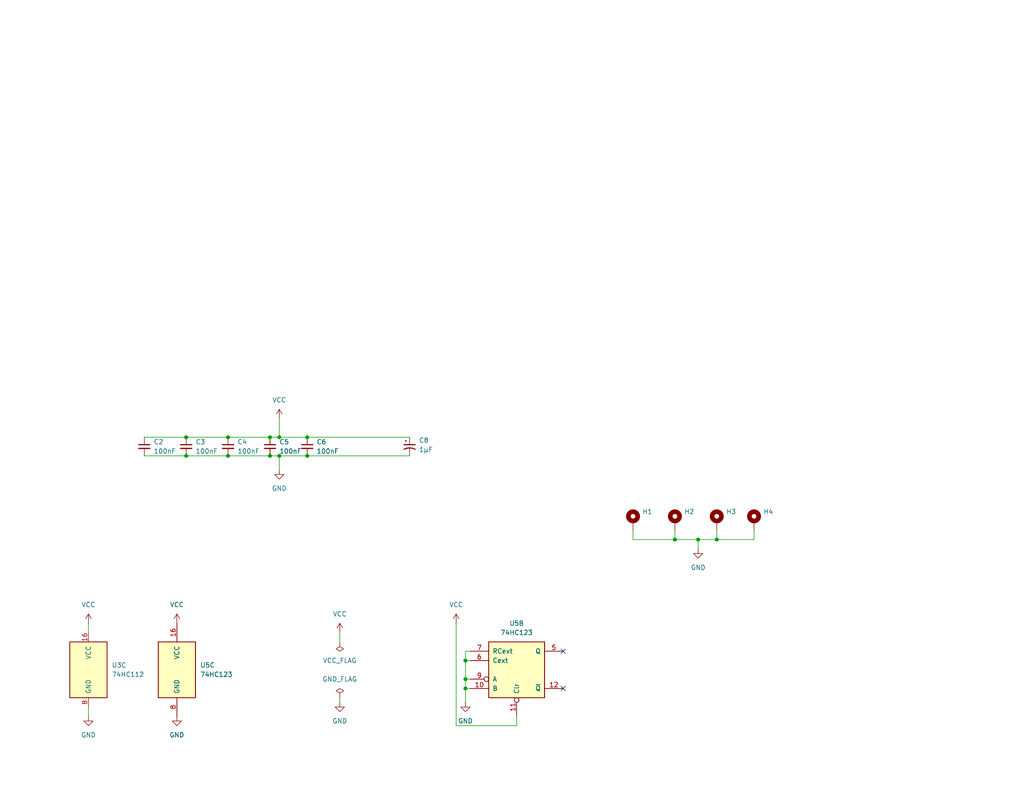
<source format=kicad_sch>
(kicad_sch (version 20250114) (generator "eeschema") (generator_version "9.0")
  (paper "USLetter")
  (title_block (title "AM9511 Interface for 6509"))
  (lib_symbols
    (symbol "Device:C_Polarized_Small_US" (pin_numbers (hide yes)) (pin_names (offset 0.254) (hide yes))
      (property "Reference" "C" (at 0.254 1.778 0))
      (property "Value" "C_Polarized_Small_US" (at 0.254 -2.032 0))
      (symbol "C_Polarized_Small_US_0_1"
        (polyline (pts (xy -1.524 0.508) (xy 1.524 0.508)) (stroke (width 0.3048)))
        (polyline (pts (xy -1.27 1.524) (xy -0.762 1.524)))
        (polyline (pts (xy -1.016 1.27) (xy -1.016 1.778)))
        (arc (start -1.524 -0.762) (mid 0 -0.3734) (end 1.524 -0.762) (stroke (width 0.3048)))
      )
      (symbol "C_Polarized_Small_US_1_1"
        (pin passive line (at 0 2.54 270) (length 2.032) (name "~") (number "1"))
        (pin passive line (at 0 -2.54 90) (length 2.032) (name "~") (number "2"))
      )
    )
    (symbol "Device:C_Small" (pin_numbers (hide yes)) (pin_names (offset 0.254) (hide yes))
      (property "Reference" "C" (at 0.254 1.778 0))
      (property "Value" "C_Small" (at 0.254 -2.032 0))
      (symbol "C_Small_0_1"
        (polyline (pts (xy -1.524 0.508) (xy 1.524 0.508)) (stroke (width 0.3048)))
        (polyline (pts (xy -1.524 -0.508) (xy 1.524 -0.508)) (stroke (width 0.3302)))
      )
      (symbol "C_Small_1_1"
        (pin passive line (at 0 2.54 270) (length 2.032) (name "~") (number "1"))
        (pin passive line (at 0 -2.54 90) (length 2.032) (name "~") (number "2"))
      )
    )
    (symbol "Mechanical:MountingHole_Pad" (pin_numbers (hide yes)) (pin_names (offset 1.016) (hide yes)) (in_bom no)
      (property "Reference" "H" (at 0 6.35 0))
      (property "Value" "MountingHole_Pad" (at 0 4.445 0))
      (symbol "MountingHole_Pad_0_1"
        (circle (center 0 1.27) (radius 1.27) (stroke (width 1.27)))
      )
      (symbol "MountingHole_Pad_1_1"
        (pin input line (at 0 -2.54 90) (length 2.54) (name "1") (number "1"))
      )
    )
    (symbol "am9511-6502-symbols:74HC112" (pin_names (offset 1.016))
      (property "Reference" "U" (at -7.62 8.89 0))
      (property "Value" "74HC112" (at -7.62 -8.89 0))
      (symbol "74HC112_1_0"
        (pin input line (at -7.62 2.54 0) (length 2.54) (name "J") (number "3"))
        (pin input clock (at -7.62 0 0) (length 2.54) (name "C") (number "1"))
        (pin input line (at -7.62 -2.54 0) (length 2.54) (name "K") (number "2"))
        (pin input line (at 0 7.62 270) (length 2.54) (name "~{S}") (number "4"))
        (pin input line (at 0 -7.62 90) (length 2.54) (name "~{R}") (number "15"))
        (pin output line (at 7.62 2.54 180) (length 2.54) (name "Q") (number "5"))
        (pin output line (at 7.62 -2.54 180) (length 2.54) (name "~{Q}") (number "6"))
      )
      (symbol "74HC112_1_1"
        (rectangle (start -5.08 5.08) (end 5.08 -5.08) (stroke (width 0.254)) (fill (type background)))
      )
      (symbol "74HC112_2_0"
        (pin input line (at -7.62 2.54 0) (length 2.54) (name "J") (number "11"))
        (pin input clock (at -7.62 0 0) (length 2.54) (name "C") (number "13"))
        (pin input line (at -7.62 -2.54 0) (length 2.54) (name "K") (number "12"))
        (pin input line (at 0 7.62 270) (length 2.54) (name "~{S}") (number "10"))
        (pin input line (at 0 -7.62 90) (length 2.54) (name "~{R}") (number "14"))
        (pin output line (at 7.62 2.54 180) (length 2.54) (name "Q") (number "9"))
        (pin output line (at 7.62 -2.54 180) (length 2.54) (name "~{Q}") (number "7"))
      )
      (symbol "74HC112_2_1"
        (rectangle (start -5.08 5.08) (end 5.08 -5.08) (stroke (width 0.254)) (fill (type background)))
      )
      (symbol "74HC112_3_0"
        (pin power_in line (at 0 10.16 270) (length 2.54) (name "VCC") (number "16"))
        (pin power_in line (at 0 -10.16 90) (length 2.54) (name "GND") (number "8"))
      )
      (symbol "74HC112_3_1"
        (rectangle (start -5.08 7.62) (end 5.08 -7.62) (stroke (width 0.254)) (fill (type background)))
      )
    )
    (symbol "am9511-6502-symbols:74HC123" (pin_names (offset 1.016))
      (property "Reference" "U" (at -7.62 8.89 0))
      (property "Value" "74HC123" (at -7.62 -8.89 0))
      (symbol "74HC123_1_0"
        (pin input line (at -12.7 5.08 0) (length 5.08) (name "RCext") (number "15"))
        (pin input line (at -12.7 2.54 0) (length 5.08) (name "Cext") (number "14"))
        (pin input inverted (at -12.7 -2.54 0) (length 5.08) (name "A") (number "1"))
        (pin input line (at -12.7 -5.08 0) (length 5.08) (name "B") (number "2"))
        (pin input inverted (at 0 -12.7 90) (length 5.08) (name "Clr") (number "3"))
        (pin output line (at 12.7 5.08 180) (length 5.08) (name "Q") (number "13"))
        (pin output line (at 12.7 -5.08 180) (length 5.08) (name "~{Q}") (number "4"))
      )
      (symbol "74HC123_1_1"
        (rectangle (start -7.62 7.62) (end 7.62 -7.62) (stroke (width 0.254)) (fill (type background)))
      )
      (symbol "74HC123_2_0"
        (pin input line (at -12.7 5.08 0) (length 5.08) (name "RCext") (number "7"))
        (pin input line (at -12.7 2.54 0) (length 5.08) (name "Cext") (number "6"))
        (pin input inverted (at -12.7 -2.54 0) (length 5.08) (name "A") (number "9"))
        (pin input line (at -12.7 -5.08 0) (length 5.08) (name "B") (number "10"))
        (pin input inverted (at 0 -12.7 90) (length 5.08) (name "Clr") (number "11"))
        (pin output line (at 12.7 5.08 180) (length 5.08) (name "Q") (number "5"))
        (pin output line (at 12.7 -5.08 180) (length 5.08) (name "~{Q}") (number "12"))
      )
      (symbol "74HC123_2_1"
        (rectangle (start -7.62 7.62) (end 7.62 -7.62) (stroke (width 0.254)) (fill (type background)))
      )
      (symbol "74HC123_3_0"
        (pin power_in line (at 0 12.7 270) (length 5.08) (name "VCC") (number "16"))
        (pin power_in line (at 0 -12.7 90) (length 5.08) (name "GND") (number "8"))
      )
      (symbol "74HC123_3_1"
        (rectangle (start -5.08 7.62) (end 5.08 -7.62) (stroke (width 0.254)) (fill (type background)))
      )
    )
    (symbol "power:GND" (power) (pin_numbers (hide yes)) (pin_names (offset 0) (hide yes))
      (property "Value" "GND" (at 0 -3.81 0))
      (symbol "GND_0_1"
        (polyline (pts (xy 0 0) (xy 0 -1.27) (xy 1.27 -1.27) (xy 0 -2.54) (xy -1.27 -1.27) (xy 0 -1.27)))
      )
      (symbol "GND_1_1"
        (pin power_in line (at 0 0 270) (length 0) (name "~") (number "1"))
      )
    )
    (symbol "power:PWR_FLAG" (power) (pin_numbers (hide yes)) (pin_names (offset 0) (hide yes))
      (property "Value" "PWR_FLAG" (at 0 3.81 0))
      (symbol "PWR_FLAG_0_0"
        (pin power_out line (at 0 0 90) (length 0) (name "~") (number "1"))
      )
      (symbol "PWR_FLAG_0_1"
        (polyline (pts (xy 0 0) (xy 0 1.27) (xy -1.016 1.905) (xy 0 2.54) (xy 1.016 1.905) (xy 0 1.27)))
      )
    )
    (symbol "power:VCC" (power) (pin_numbers (hide yes)) (pin_names (offset 0) (hide yes))
      (property "Value" "VCC" (at 0 3.556 0))
      (symbol "VCC_0_1"
        (polyline (pts (xy -0.762 1.27) (xy 0 2.54)))
        (polyline (pts (xy 0 2.54) (xy 0.762 1.27)))
        (polyline (pts (xy 0 0) (xy 0 2.54)))
      )
      (symbol "VCC_1_1"
        (pin power_in line (at 0 0 90) (length 0) (name "~") (number "1"))
      )
    )
  )
  (junction (at 73.66 124.46))
  (junction (at 62.23 124.46))
  (junction (at 127 187.96))
  (junction (at 83.82 119.38))
  (junction (at 62.23 119.38))
  (junction (at 76.2 124.46))
  (junction (at 195.58 147.32))
  (junction (at 73.66 119.38))
  (junction (at 127 180.34))
  (junction (at 50.8 119.38))
  (junction (at 127 185.42))
  (junction (at 190.5 147.32))
  (junction (at 83.82 124.46))
  (junction (at 50.8 124.46))
  (junction (at 76.2 119.38))
  (junction (at 184.15 147.32))
  (no_connect (at 153.67 187.96))
  (no_connect (at 153.67 177.8))
  (wire (pts (xy 92.71 172.72) (xy 92.71 175.26)))
  (wire (pts (xy 24.13 193.04) (xy 24.13 195.58)))
  (wire (pts (xy 92.71 191.77) (xy 92.71 190.5)))
  (wire (pts (xy 73.66 119.38) (xy 76.2 119.38)))
  (wire (pts (xy 76.2 114.3) (xy 76.2 119.38)))
  (wire (pts (xy 76.2 119.38) (xy 83.82 119.38)))
  (wire (pts (xy 195.58 147.32) (xy 205.74 147.32)))
  (wire (pts (xy 127 180.34) (xy 127 185.42)))
  (wire (pts (xy 195.58 144.78) (xy 195.58 147.32)))
  (wire (pts (xy 73.66 124.46) (xy 76.2 124.46)))
  (wire (pts (xy 172.72 147.32) (xy 184.15 147.32)))
  (wire (pts (xy 62.23 119.38) (xy 73.66 119.38)))
  (wire (pts (xy 124.46 170.18) (xy 124.46 198.12)))
  (wire (pts (xy 184.15 147.32) (xy 190.5 147.32)))
  (wire (pts (xy 50.8 119.38) (xy 62.23 119.38)))
  (wire (pts (xy 39.37 124.46) (xy 50.8 124.46)))
  (wire (pts (xy 76.2 124.46) (xy 83.82 124.46)))
  (wire (pts (xy 190.5 147.32) (xy 190.5 149.86)))
  (wire (pts (xy 172.72 144.78) (xy 172.72 147.32)))
  (wire (pts (xy 128.27 177.8) (xy 127 177.8)))
  (wire (pts (xy 62.23 124.46) (xy 73.66 124.46)))
  (wire (pts (xy 127 187.96) (xy 128.27 187.96)))
  (wire (pts (xy 76.2 124.46) (xy 76.2 128.27)))
  (wire (pts (xy 83.82 119.38) (xy 111.76 119.38)))
  (wire (pts (xy 127 187.96) (xy 127 191.77)))
  (wire (pts (xy 140.97 198.12) (xy 124.46 198.12)))
  (wire (pts (xy 83.82 124.46) (xy 111.76 124.46)))
  (wire (pts (xy 127 185.42) (xy 127 187.96)))
  (wire (pts (xy 184.15 144.78) (xy 184.15 147.32)))
  (wire (pts (xy 140.97 195.58) (xy 140.97 198.12)))
  (wire (pts (xy 24.13 170.18) (xy 24.13 172.72)))
  (wire (pts (xy 127 185.42) (xy 128.27 185.42)))
  (wire (pts (xy 127 180.34) (xy 128.27 180.34)))
  (wire (pts (xy 190.5 147.32) (xy 195.58 147.32)))
  (wire (pts (xy 39.37 119.38) (xy 50.8 119.38)))
  (wire (pts (xy 127 177.8) (xy 127 180.34)))
  (wire (pts (xy 50.8 124.46) (xy 62.23 124.46)))
  (wire (pts (xy 205.74 147.32) (xy 205.74 144.78)))
  (symbol (lib_id "Device:C_Small") (at 73.66 121.92 0) (unit 1)
    (property "Reference" "C5" (at 76.2 120.6562 0) (effects (justify left)))
    (property "Value" "100nF" (at 76.2 123.1962 0) (effects (justify left)))
    (property "Footprint" "Capacitor_THT:C_Disc_D5.0mm_W2.5mm_P2.50mm" (effects (hide yes)))
    (property "Description" "Unpolarized capacitor, small symbol" (effects (hide yes)))
  )
  (symbol (lib_id "power:VCC") (at 48.26 170.18 0) (unit 1)
    (property "Reference" "#PWR016" (effects (hide yes)))
    (property "Value" "VCC" (at 48.26 165.1 0))
    (property "Description" "Power symbol creates a global label with name \"VCC\"" (effects (hide yes)))
  )
  (symbol (lib_id "power:VCC") (at 76.2 114.3 0) (unit 1)
    (property "Reference" "#PWR021" (effects (hide yes)))
    (property "Value" "VCC" (at 76.2 109.22 0))
    (property "Description" "Power symbol creates a global label with name \"VCC\"" (effects (hide yes)))
  )
  (symbol (lib_id "am9511-6502-symbols:74HC112") (at 24.13 182.88 0) (unit 3)
    (property "Reference" "U3" (at 30.48 181.6099 0) (effects (justify left)))
    (property "Value" "74HC112" (at 30.48 184.1499 0) (effects (justify left)))
    (property "Footprint" "Package_DIP:DIP-16_W7.62mm_Socket" (effects (hide yes)))
    (property "Datasheet" "http://www.ti.com/lit/gpn/sn74LS112" (effects (hide yes)))
    (property "Description" "dual JK Flip-Flop, Set & Reset, CMOS" (effects (hide yes)))
  )
  (symbol (lib_id "power:VCC") (at 92.71 172.72 0) (unit 1)
    (property "Reference" "#PWR019" (effects (hide yes)))
    (property "Value" "VCC" (at 92.71 167.64 0))
    (property "Description" "Power symbol creates a global label with name \"VCC\"" (effects (hide yes)))
  )
  (symbol (lib_id "power:GND") (at 190.5 149.86 0) (unit 1)
    (property "Reference" "#PWR026" (effects (hide yes)))
    (property "Value" "GND" (at 190.5 154.94 0))
    (property "Description" "Power symbol creates a global label with name \"GND\" , ground" (effects (hide yes)))
  )
  (symbol (lib_id "Device:C_Polarized_Small_US") (at 111.76 121.92 0) (unit 1)
    (property "Reference" "C8" (at 114.3 120.2181 0) (effects (justify left)))
    (property "Value" "1µF" (at 114.3 122.7581 0) (effects (justify left)))
    (property "Footprint" "Capacitor_THT:CP_Radial_D5.0mm_P2.50mm" (effects (hide yes)))
    (property "Description" "Polarized capacitor, small US symbol" (effects (hide yes)))
  )
  (symbol (lib_id "Device:C_Small") (at 50.8 121.92 0) (unit 1)
    (property "Reference" "C3" (at 53.34 120.6562 0) (effects (justify left)))
    (property "Value" "100nF" (at 53.34 123.1962 0) (effects (justify left)))
    (property "Footprint" "Capacitor_THT:C_Disc_D5.0mm_W2.5mm_P2.50mm" (effects (hide yes)))
    (property "Description" "Unpolarized capacitor, small symbol" (effects (hide yes)))
  )
  (symbol (lib_id "Mechanical:MountingHole_Pad") (at 195.58 142.24 0) (unit 1) (in_bom no)
    (property "Reference" "H3" (at 198.12 139.6999 0) (effects (justify left)))
    (property "Value" "MountingHole_Pad" (effects (hide yes)))
    (property "Footprint" "MountingHole:MountingHole_2.2mm_M2_DIN965_Pad" (effects (hide yes)))
    (property "Description" "Mounting Hole with connection" (effects (hide yes)))
  )
  (symbol (lib_id "Mechanical:MountingHole_Pad") (at 205.74 142.24 0) (unit 1) (in_bom no)
    (property "Reference" "H4" (at 208.28 139.6999 0) (effects (justify left)))
    (property "Value" "MountingHole_Pad" (effects (hide yes)))
    (property "Footprint" "MountingHole:MountingHole_2.2mm_M2_DIN965_Pad" (effects (hide yes)))
    (property "Description" "Mounting Hole with connection" (effects (hide yes)))
  )
  (symbol (lib_id "power:GND") (at 92.71 191.77 0) (unit 1)
    (property "Reference" "#PWR020" (effects (hide yes)))
    (property "Value" "GND" (at 92.71 196.85 0))
    (property "Description" "Power symbol creates a global label with name \"GND\" , ground" (effects (hide yes)))
  )
  (symbol (lib_id "am9511-6502-symbols:74HC123") (at 48.26 182.88 0) (unit 3)
    (property "Reference" "U5" (at 54.61 181.6099 0) (effects (justify left)))
    (property "Value" "74HC123" (at 54.61 184.1499 0) (effects (justify left)))
    (property "Footprint" "Package_DIP:DIP-16_W7.62mm_Socket" (effects (hide yes)))
    (property "Datasheet" "https://assets.nexperia.com/documents/data-sheet/74HC_HCT123.pdf" (effects (hide yes)))
    (property "Description" "Dual retriggerable monostable multivibrator" (effects (hide yes)))
  )
  (symbol (lib_id "power:VCC") (at 24.13 170.18 0) (unit 1)
    (property "Reference" "#PWR014" (effects (hide yes)))
    (property "Value" "VCC" (at 24.13 165.1 0))
    (property "Description" "Power symbol creates a global label with name \"VCC\"" (effects (hide yes)))
  )
  (symbol (lib_id "Device:C_Small") (at 83.82 121.92 0) (unit 1)
    (property "Reference" "C6" (at 86.36 120.6562 0) (effects (justify left)))
    (property "Value" "100nF" (at 86.36 123.1962 0) (effects (justify left)))
    (property "Footprint" "Capacitor_THT:C_Disc_D5.0mm_W2.5mm_P2.50mm" (effects (hide yes)))
    (property "Description" "Unpolarized capacitor, small symbol" (effects (hide yes)))
  )
  (symbol (lib_id "am9511-6502-symbols:74HC123") (at 140.97 182.88 0) (unit 2)
    (property "Reference" "U5" (at 140.97 170.18 0))
    (property "Value" "74HC123" (at 140.97 172.72 0))
    (property "Footprint" "Package_DIP:DIP-16_W7.62mm_Socket" (effects (hide yes)))
    (property "Datasheet" "https://assets.nexperia.com/documents/data-sheet/74HC_HCT123.pdf" (effects (hide yes)))
    (property "Description" "Dual retriggerable monostable multivibrator" (effects (hide yes)))
  )
  (symbol (lib_id "Mechanical:MountingHole_Pad") (at 172.72 142.24 0) (unit 1) (in_bom no)
    (property "Reference" "H1" (at 175.26 139.6999 0) (effects (justify left)))
    (property "Value" "MountingHole_Pad" (effects (hide yes)))
    (property "Footprint" "MountingHole:MountingHole_2.2mm_M2_DIN965_Pad" (effects (hide yes)))
    (property "Description" "Mounting Hole with connection" (effects (hide yes)))
  )
  (symbol (lib_id "power:GND") (at 24.13 195.58 0) (unit 1)
    (property "Reference" "#PWR015" (effects (hide yes)))
    (property "Value" "GND" (at 24.13 200.66 0))
    (property "Description" "Power symbol creates a global label with name \"GND\" , ground" (effects (hide yes)))
  )
  (symbol (lib_id "Mechanical:MountingHole_Pad") (at 184.15 142.24 0) (unit 1) (in_bom no)
    (property "Reference" "H2" (at 186.69 139.6999 0) (effects (justify left)))
    (property "Value" "MountingHole_Pad" (effects (hide yes)))
    (property "Footprint" "MountingHole:MountingHole_2.2mm_M2_DIN965_Pad" (effects (hide yes)))
    (property "Description" "Mounting Hole with connection" (effects (hide yes)))
  )
  (symbol (lib_id "power:PWR_FLAG") (at 92.71 190.5 0) (unit 1)
    (property "Reference" "#FLG02" (effects (hide yes)))
    (property "Value" "GND_FLAG" (at 92.71 185.42 0))
    (property "Description" "Special symbol for telling ERC where power comes from" (effects (hide yes)))
  )
  (symbol (lib_id "power:GND") (at 48.26 195.58 0) (unit 1)
    (property "Reference" "#PWR017" (effects (hide yes)))
    (property "Value" "GND" (at 48.26 200.66 0))
    (property "Description" "Power symbol creates a global label with name \"GND\" , ground" (effects (hide yes)))
  )
  (symbol (lib_id "power:VCC") (at 124.46 170.18 0) (unit 1)
    (property "Reference" "#PWR018" (effects (hide yes)))
    (property "Value" "VCC" (at 124.46 165.1 0))
    (property "Description" "Power symbol creates a global label with name \"VCC\"" (effects (hide yes)))
  )
  (symbol (lib_id "power:GND") (at 76.2 128.27 0) (unit 1)
    (property "Reference" "#PWR022" (effects (hide yes)))
    (property "Value" "GND" (at 76.2 133.35 0))
    (property "Description" "Power symbol creates a global label with name \"GND\" , ground" (effects (hide yes)))
  )
  (symbol (lib_id "power:GND") (at 127 191.77 0) (unit 1)
    (property "Reference" "#PWR028" (effects (hide yes)))
    (property "Value" "GND" (at 127 196.85 0))
    (property "Description" "Power symbol creates a global label with name \"GND\" , ground" (effects (hide yes)))
  )
  (symbol (lib_id "power:PWR_FLAG") (at 92.71 175.26 180) (unit 1)
    (property "Reference" "#FLG01" (effects (hide yes)))
    (property "Value" "VCC_FLAG" (at 92.71 180.34 0))
    (property "Description" "Special symbol for telling ERC where power comes from" (effects (hide yes)))
  )
  (symbol (lib_id "Device:C_Small") (at 39.37 121.92 0) (unit 1)
    (property "Reference" "C2" (at 41.91 120.6562 0) (effects (justify left)))
    (property "Value" "100nF" (at 41.91 123.1962 0) (effects (justify left)))
    (property "Footprint" "Capacitor_THT:C_Disc_D5.0mm_W2.5mm_P2.50mm" (effects (hide yes)))
    (property "Description" "Unpolarized capacitor, small symbol" (effects (hide yes)))
  )
  (symbol (lib_id "Device:C_Small") (at 62.23 121.92 0) (unit 1)
    (property "Reference" "C4" (at 64.77 120.6562 0) (effects (justify left)))
    (property "Value" "100nF" (at 64.77 123.1962 0) (effects (justify left)))
    (property "Footprint" "Capacitor_THT:C_Disc_D5.0mm_W2.5mm_P2.50mm" (effects (hide yes)))
    (property "Description" "Unpolarized capacitor, small symbol" (effects (hide yes)))
  )
)
</source>
